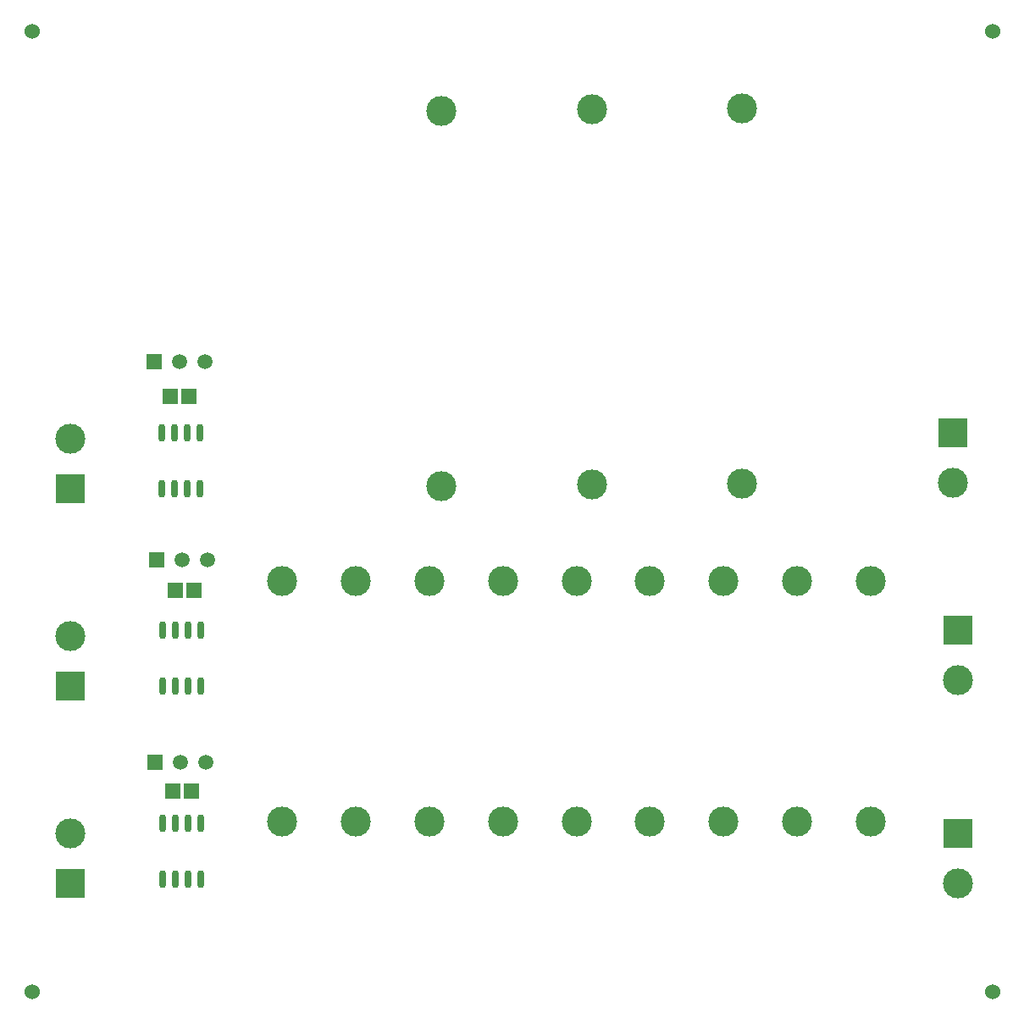
<source format=gbr>
G04 Layer_Color=255*
%FSLAX26Y26*%
%MOIN*%
%TF.FileFunction,Pads,Top*%
%TF.Part,Single*%
G01*
G75*
%TA.AperFunction,SMDPad,CuDef*%
%ADD10R,0.059055X0.062992*%
%ADD11O,0.025591X0.070866*%
%TA.AperFunction,ComponentPad*%
%ADD13C,0.059055*%
%ADD14R,0.059055X0.059055*%
%ADD15R,0.118110X0.118110*%
%ADD16C,0.118110*%
%TA.AperFunction,WasherPad*%
%ADD17C,0.060000*%
D10*
X542598Y-1435000D02*
D03*
X617402D02*
D03*
X562598Y-2200000D02*
D03*
X637402D02*
D03*
X552598Y-2990000D02*
D03*
X627402D02*
D03*
D11*
X660000Y-1579764D02*
D03*
X610000D02*
D03*
X560000D02*
D03*
X510000D02*
D03*
X660000Y-1800236D02*
D03*
X610000D02*
D03*
X560000D02*
D03*
X510000D02*
D03*
X665000Y-2354764D02*
D03*
X615000D02*
D03*
X565000D02*
D03*
X515000D02*
D03*
X665000Y-2575236D02*
D03*
X615000D02*
D03*
X565000D02*
D03*
X515000D02*
D03*
X665000Y-3115000D02*
D03*
X615000D02*
D03*
X565000D02*
D03*
X515000D02*
D03*
X665000Y-3335472D02*
D03*
X615000D02*
D03*
X565000D02*
D03*
X515000D02*
D03*
D13*
X691575Y-2080000D02*
D03*
X591575D02*
D03*
X680000Y-1300000D02*
D03*
X580000D02*
D03*
X685000Y-2875000D02*
D03*
X585000D02*
D03*
D14*
X491575Y-2080000D02*
D03*
X480000Y-1300000D02*
D03*
X485000Y-2875000D02*
D03*
D15*
X3625000Y-1577678D02*
D03*
X3645000Y-2355178D02*
D03*
Y-3156575D02*
D03*
X149449Y-1797402D02*
D03*
Y-2574902D02*
D03*
Y-3352402D02*
D03*
D16*
X3625000Y-1774528D02*
D03*
X3645000Y-2552028D02*
D03*
Y-3353425D02*
D03*
X982598Y-3107441D02*
D03*
Y-2162559D02*
D03*
X1275000Y-3107441D02*
D03*
Y-2162559D02*
D03*
X1565000Y-3107441D02*
D03*
Y-2162559D02*
D03*
X1610000Y-1788189D02*
D03*
Y-311811D02*
D03*
X1855000Y-3107441D02*
D03*
Y-2162559D02*
D03*
X2142599Y-3107441D02*
D03*
Y-2162559D02*
D03*
X2430000Y-3107441D02*
D03*
Y-2162559D02*
D03*
X2205000Y-1783189D02*
D03*
Y-306811D02*
D03*
X2720000Y-3107441D02*
D03*
Y-2162559D02*
D03*
X3010000Y-3107441D02*
D03*
Y-2162559D02*
D03*
X3300000Y-3107441D02*
D03*
Y-2162559D02*
D03*
X2795000Y-1778189D02*
D03*
Y-301811D02*
D03*
X149449Y-1600551D02*
D03*
Y-2378051D02*
D03*
Y-3155551D02*
D03*
D17*
X0Y-3779528D02*
D03*
Y0D02*
D03*
X3779528Y-3779528D02*
D03*
X3779527Y0D02*
D03*
%TF.MD5,8c5c91360ea2b6746a91bb4e802f1be9*%
M02*

</source>
